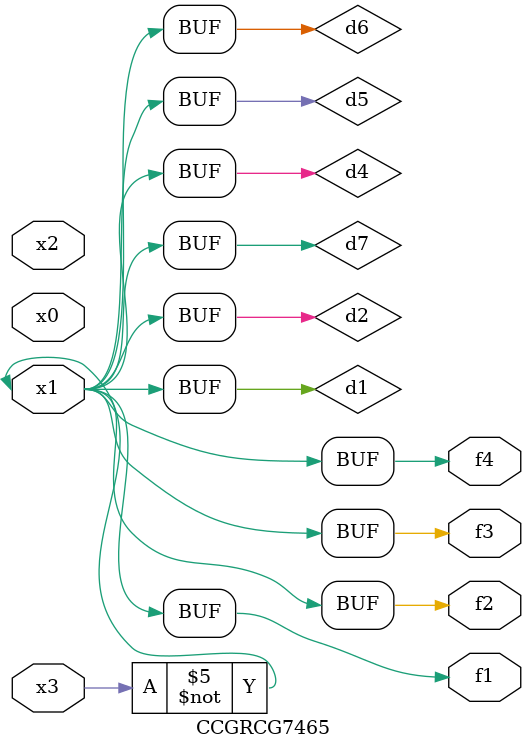
<source format=v>
module CCGRCG7465(
	input x0, x1, x2, x3,
	output f1, f2, f3, f4
);

	wire d1, d2, d3, d4, d5, d6, d7;

	not (d1, x3);
	buf (d2, x1);
	xnor (d3, d1, d2);
	nor (d4, d1);
	buf (d5, d1, d2);
	buf (d6, d4, d5);
	nand (d7, d4);
	assign f1 = d6;
	assign f2 = d7;
	assign f3 = d6;
	assign f4 = d6;
endmodule

</source>
